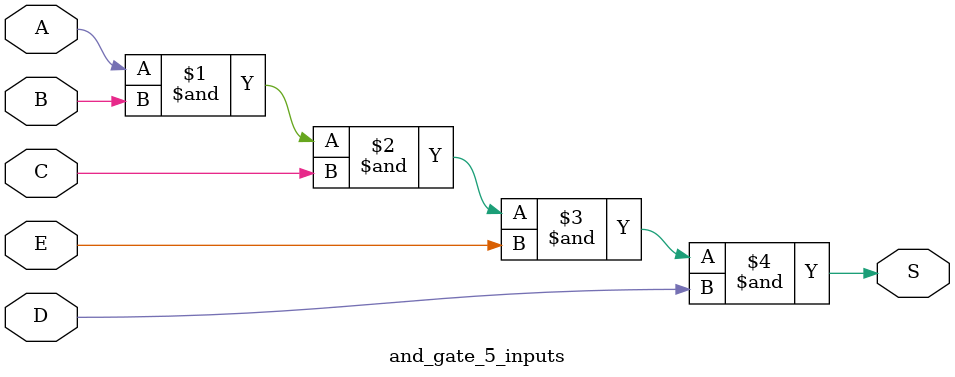
<source format=v>
module and_gate_3_inputs(A,B,C,S);

	input A,B,C;
	output S;

	and(S,A,B,C);

endmodule 

module nand_gate_2_inputs(A,B,S);

	input A,B;
	output S;

	nand(S,A,B);

endmodule 

module and_gate_4_inputs(A,B,C,D,S);

	input A,B,C,D;
	output S;

	and(S,A,B,C,D);

endmodule 

module and_gate_7_inputs(A,B,C,D,E,F,G,S);

	input A,B,C,D,E,F,G;
	output S;

	and(S,A,B,C,D,E,F,G);

endmodule 


module or_gate_7_inputs(A,B,C,D,E,F,G,S);

	input A,B,C,D,E,F,G;
	output S;

	or(S,A,B,C,D,E,F,G);

endmodule 

module or_gate_4_inputs(A,B,C,D,S);

	input A,B,C,D;
	output S;
	
	or(S,A,B,C,D);


endmodule

module or_gate_3_inputs(A,B,C,S);

	input A,B,C;
	output S;
	
	or(S,A,B,C);


endmodule

module or_gate_2_inputs(A,B,S);

	input A,B;
	output S;
	
	or(S,A,B);


endmodule


module or_gate_5_inputs(A,B,C,D,E,S);

	input A,B,C,D,E;
	output S;
	
	or(S,A,B,C,E,D);


endmodule

module and_gate_2_inputs(A,B,S);

	input A,B;
	output S;
	
	and(S,A,B);
	
	
endmodule 

module and_gate_5_inputs(A,B,C,D,E,S);

	input A,B,C,D,E;
	output S;

	and(S,A,B,C,E,D);

endmodule 
</source>
